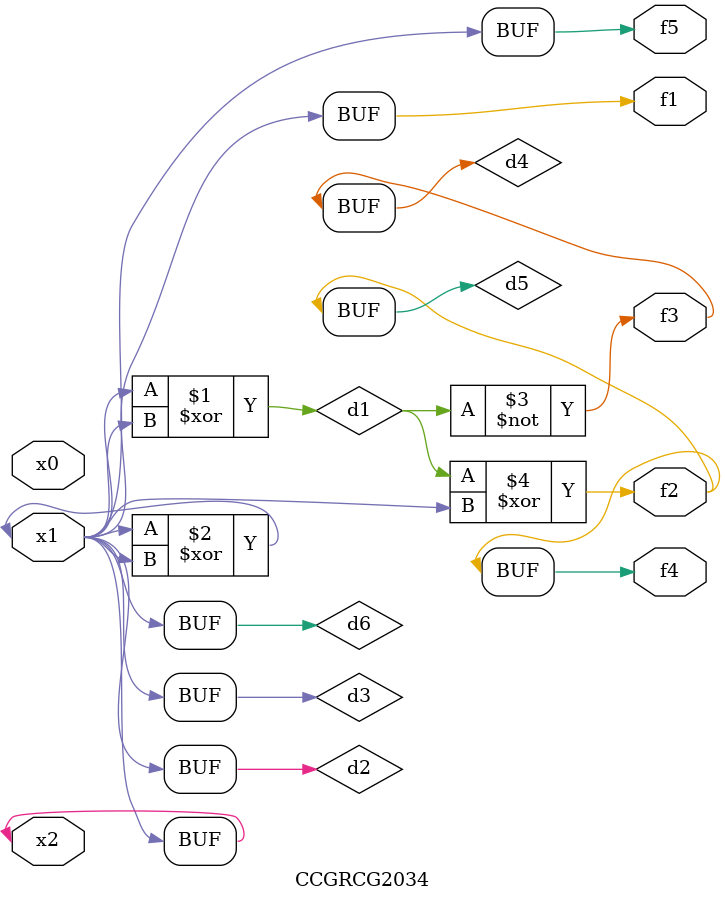
<source format=v>
module CCGRCG2034(
	input x0, x1, x2,
	output f1, f2, f3, f4, f5
);

	wire d1, d2, d3, d4, d5, d6;

	xor (d1, x1, x2);
	buf (d2, x1, x2);
	xor (d3, x1, x2);
	nor (d4, d1);
	xor (d5, d1, d2);
	buf (d6, d2, d3);
	assign f1 = d6;
	assign f2 = d5;
	assign f3 = d4;
	assign f4 = d5;
	assign f5 = d6;
endmodule

</source>
